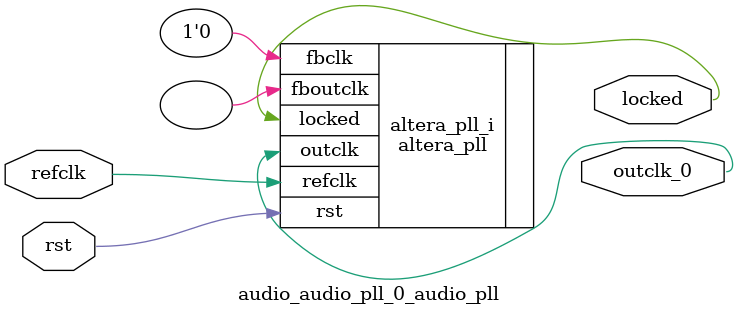
<source format=v>
`timescale 1ns/10ps
module  audio_audio_pll_0_audio_pll(

	// interface 'refclk'
	input wire refclk,

	// interface 'reset'
	input wire rst,

	// interface 'outclk0'
	output wire outclk_0,

	// interface 'locked'
	output wire locked
);

	altera_pll #(
		.fractional_vco_multiplier("false"),
		.reference_clock_frequency("50.0 MHz"),
		.operation_mode("direct"),
		.number_of_clocks(1),
		.output_clock_frequency0("12.288135 MHz"),
		.phase_shift0("0 ps"),
		.duty_cycle0(50),
		.output_clock_frequency1("0 MHz"),
		.phase_shift1("0 ps"),
		.duty_cycle1(50),
		.output_clock_frequency2("0 MHz"),
		.phase_shift2("0 ps"),
		.duty_cycle2(50),
		.output_clock_frequency3("0 MHz"),
		.phase_shift3("0 ps"),
		.duty_cycle3(50),
		.output_clock_frequency4("0 MHz"),
		.phase_shift4("0 ps"),
		.duty_cycle4(50),
		.output_clock_frequency5("0 MHz"),
		.phase_shift5("0 ps"),
		.duty_cycle5(50),
		.output_clock_frequency6("0 MHz"),
		.phase_shift6("0 ps"),
		.duty_cycle6(50),
		.output_clock_frequency7("0 MHz"),
		.phase_shift7("0 ps"),
		.duty_cycle7(50),
		.output_clock_frequency8("0 MHz"),
		.phase_shift8("0 ps"),
		.duty_cycle8(50),
		.output_clock_frequency9("0 MHz"),
		.phase_shift9("0 ps"),
		.duty_cycle9(50),
		.output_clock_frequency10("0 MHz"),
		.phase_shift10("0 ps"),
		.duty_cycle10(50),
		.output_clock_frequency11("0 MHz"),
		.phase_shift11("0 ps"),
		.duty_cycle11(50),
		.output_clock_frequency12("0 MHz"),
		.phase_shift12("0 ps"),
		.duty_cycle12(50),
		.output_clock_frequency13("0 MHz"),
		.phase_shift13("0 ps"),
		.duty_cycle13(50),
		.output_clock_frequency14("0 MHz"),
		.phase_shift14("0 ps"),
		.duty_cycle14(50),
		.output_clock_frequency15("0 MHz"),
		.phase_shift15("0 ps"),
		.duty_cycle15(50),
		.output_clock_frequency16("0 MHz"),
		.phase_shift16("0 ps"),
		.duty_cycle16(50),
		.output_clock_frequency17("0 MHz"),
		.phase_shift17("0 ps"),
		.duty_cycle17(50),
		.pll_type("General"),
		.pll_subtype("General")
	) altera_pll_i (
		.rst	(rst),
		.outclk	({outclk_0}),
		.locked	(locked),
		.fboutclk	( ),
		.fbclk	(1'b0),
		.refclk	(refclk)
	);
endmodule


</source>
